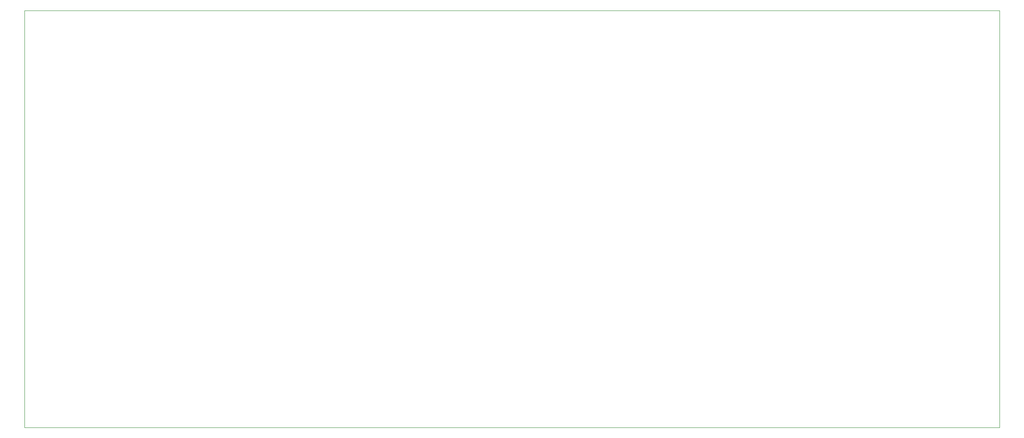
<source format=gm1>
G04 #@! TF.GenerationSoftware,KiCad,Pcbnew,(5.1.6)-1*
G04 #@! TF.CreationDate,2020-05-23T11:28:19-07:00*
G04 #@! TF.ProjectId,NanoDemo,4e616e6f-4465-46d6-9f2e-6b696361645f,rev?*
G04 #@! TF.SameCoordinates,Original*
G04 #@! TF.FileFunction,Profile,NP*
%FSLAX46Y46*%
G04 Gerber Fmt 4.6, Leading zero omitted, Abs format (unit mm)*
G04 Created by KiCad (PCBNEW (5.1.6)-1) date 2020-05-23 11:28:19*
%MOMM*%
%LPD*%
G01*
G04 APERTURE LIST*
G04 #@! TA.AperFunction,Profile*
%ADD10C,0.050000*%
G04 #@! TD*
G04 APERTURE END LIST*
D10*
X213360000Y-114300000D02*
X17780000Y-114300000D01*
X213360000Y-198120000D02*
X213360000Y-114300000D01*
X17780000Y-198120000D02*
X213360000Y-198120000D01*
X17780000Y-114300000D02*
X17780000Y-198120000D01*
M02*

</source>
